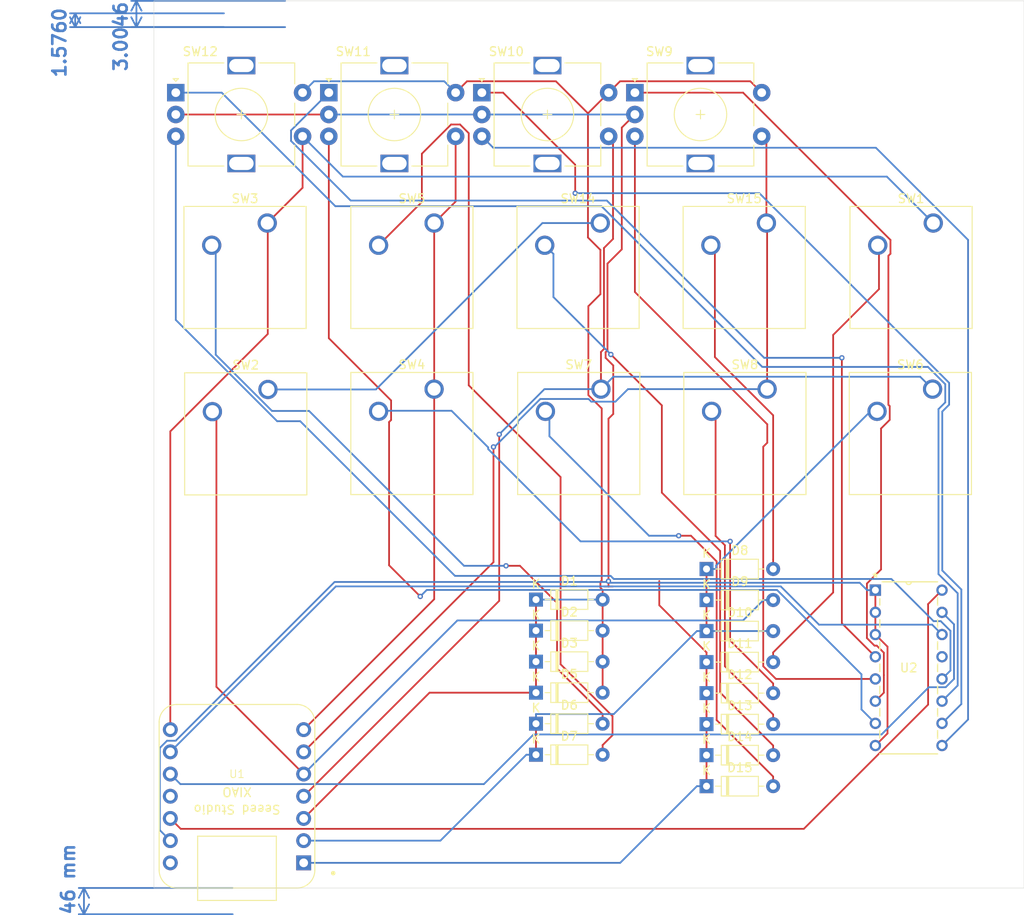
<source format=kicad_pcb>
(kicad_pcb (version 20240108) (generator "pcbnew") (generator_version "8.0")
  (layers (0 "F.Cu" signal) (31 "B.Cu" signal) (34 "B.Paste" user) (35 "F.Paste" user) (36 "B.SilkS" user "B.Silkscreen") (37 "F.SilkS" user "F.Silkscreen") (38 "B.Mask" user) (39 "F.Mask" user) (44 "Edge.Cuts" user))
  (net 0 "")
  (net 1 "Row3")
  (net 2 "row2")
  (net 3 "Net-(D6-A)")
  (net 4 "Net-(D7-A)")
  (net 6 "Net-(D8-A)")
  (net 7 "Row1")
  (net 8 "Net-(D11-A)")
  (net 9 "Net-(D12-A)")
  (net 10 "Net-(D13-A)")
  (net 11 "Net-(D14-A)")
  (net 12 "Net-(D15-A)")
  (net 13 "col5")
  (net 14 "col2")
  (net 15 "Col4")
  (net 16 "Col1")
  (net 17 "Col3")
  (net 18 "A2")
  (net 19 "B2")
  (net 20 "A4")
  (net 21 "GND")
  (net 22 "B4")
  (net 23 "B1")
  (net 24 "B")
  (net 25 "A")
  (net 26 "Net-(U1-3V3)")
  (net 27 "A1")
  (net 28 "Woaoaoaoao")
  (net 29 "Woahh")
  (net 31 "Net-(SW14-Pad1)")
  (footprint "Diode_THT:D_DO-35_SOD27_P7.62mm_Horizontal" (layer "F.Cu") (at 146.19 148.25)
    (property "Reference" "D13")
    (property "Value" "D")
  )
  (footprint "Diode_THT:D_DO-35_SOD27_P7.62mm_Horizontal" (layer "F.Cu") (at 126.69 148.2)
    (property "Reference" "D6")
    (property "Value" "D")
  )
  (footprint "Diode_THT:D_DO-35_SOD27_P7.62mm_Horizontal" (layer "F.Cu") (at 146.19 151.8)
    (property "Reference" "D14")
    (property "Value" "D")
  )
  (footprint "Button_Switch_Keyboard:SW_Cherry_MX_1.00u_PCB" (layer "F.Cu") (at 96.04 109.96)
    (property "Reference" "SW2")
    (property "Value" "SW_Push")
  )
  (footprint "Diode_THT:D_DO-35_SOD27_P7.62mm_Horizontal" (layer "F.Cu") (at 126.69 137.55)
    (property "Reference" "D2")
    (property "Value" "D")
  )
  (footprint "OPL_Kicad_Library-master:XIAO-Generic-Thruhole-14P-2.54-21X17.8MM" (layer "F.Cu") (at 92.5 156.5 180)
    (property "Reference" "U1")
    (property "Value" "Seeed Studio XIAO SAMD21" (hide yes))
  )
  (footprint "Button_Switch_Keyboard:SW_Cherry_MX_1.00u_PCB" (layer "F.Cu") (at 172.12 90.92)
    (property "Reference" "SW1")
    (property "Value" "SW_Push")
  )
  (footprint "Diode_THT:D_DO-35_SOD27_P7.62mm_Horizontal" (layer "F.Cu") (at 146.19 141.15)
    (property "Reference" "D11")
    (property "Value" "D")
  )
  (footprint "Button_Switch_Keyboard:SW_Cherry_MX_1.00u_PCB" (layer "F.Cu") (at 115.04 90.92)
    (property "Reference" "SW5")
    (property "Value" "SW_Push")
  )
  (footprint "Diode_THT:D_DO-35_SOD27_P7.62mm_Horizontal" (layer "F.Cu") (at 146.19 134.05)
    (property "Reference" "D9")
    (property "Value" "D")
  )
  (footprint "Diode_THT:D_DO-35_SOD27_P7.62mm_Horizontal" (layer "F.Cu") (at 146.19 155.35)
    (property "Reference" "D15")
    (property "Value" "D")
  )
  (footprint "Diode_THT:D_DO-35_SOD27_P7.62mm_Horizontal" (layer "F.Cu") (at 146.19 144.7)
    (property "Reference" "D12")
    (property "Value" "D")
  )
  (footprint "Button_Switch_Keyboard:SW_Cherry_MX_1.00u_PCB" (layer "F.Cu") (at 153.04 90.92)
    (property "Reference" "SW15")
    (property "Value" "SW_Push")
  )
  (footprint "Button_Switch_Keyboard:SW_Cherry_MX_1.00u_PCB" (layer "F.Cu") (at 95.96 90.92)
    (property "Reference" "SW3")
    (property "Value" "SW_Push")
  )
  (footprint "Diode_THT:D_DO-35_SOD27_P7.62mm_Horizontal" (layer "F.Cu") (at 126.69 134)
    (property "Reference" "D1")
    (property "Value" "D")
  )
  (footprint "Diode_THT:D_DO-35_SOD27_P7.62mm_Horizontal" (layer "F.Cu") (at 126.69 141.1)
    (property "Reference" "D3")
    (property "Value" "D")
  )
  (footprint "Button_Switch_Keyboard:SW_Cherry_MX_1.00u_PCB" (layer "F.Cu") (at 134.12 109.92)
    (property "Reference" "SW7")
    (property "Value" "SW_Push")
  )
  (footprint "Button_Switch_Keyboard:SW_Cherry_MX_1.00u_PCB" (layer "F.Cu") (at 134.04 90.92)
    (property "Reference" "SW14")
    (property "Value" "SW_Push")
  )
  (footprint "Button_Switch_Keyboard:SW_Cherry_MX_1.00u_PCB" (layer "F.Cu") (at 153.12 109.92)
    (property "Reference" "SW8")
    (property "Value" "SW_Push")
  )
  (footprint "Diode_THT:D_DO-35_SOD27_P7.62mm_Horizontal" (layer "F.Cu") (at 146.19 137.6)
    (property "Reference" "D10")
    (property "Value" "D")
  )
  (footprint "Button_Switch_Keyboard:SW_Cherry_MX_1.00u_PCB" (layer "F.Cu") (at 115.04 109.92)
    (property "Reference" "SW4")
    (property "Value" "SW_Push")
  )
  (footprint "Diode_THT:D_DO-35_SOD27_P7.62mm_Horizontal" (layer "F.Cu") (at 126.69 144.65)
    (property "Reference" "D5")
    (property "Value" "D")
  )
  (footprint "Diode_THT:D_DO-35_SOD27_P7.62mm_Horizontal" (layer "F.Cu") (at 146.19 130.5)
    (property "Reference" "D8")
    (property "Value" "D")
  )
  (footprint "Rotary_Encoder:RotaryEncoder_Alps_EC11E-Switch_Vertical_H20mm" (layer "F.Cu") (at 85.5 76)
    (property "Reference" "SW12")
    (property "Value" "RotaryEncoder_Switch")
  )
  (footprint "Button_Switch_Keyboard:SW_Cherry_MX_1.00u_PCB" (layer "F.Cu") (at 172.04 109.92)
    (property "Reference" "SW6")
    (property "Value" "SW_Push")
  )
  (footprint "Rotary_Encoder:RotaryEncoder_Alps_EC11E-Switch_Vertical_H20mm" (layer "F.Cu") (at 138 76)
    (property "Reference" "SW9")
    (property "Value" "RotaryEncoder_Switch")
  )
  (footprint "Rotary_Encoder:RotaryEncoder_Alps_EC11E-Switch_Vertical_H20mm" (layer "F.Cu") (at 103 76)
    (property "Reference" "SW11")
    (property "Value" "RotaryEncoder_Switch")
  )
  (footprint "OPL_Kicad_Library-master:N16" (layer "F.Cu") (at 173.12 150.7)
    (property "Reference" "U2")
    (property "Value" "PCF8574AN")
  )
  (footprint "Diode_THT:D_DO-35_SOD27_P7.62mm_Horizontal" (layer "F.Cu") (at 126.69 151.75)
    (property "Reference" "D7")
    (property "Value" "D")
  )
  (footprint "Rotary_Encoder:RotaryEncoder_Alps_EC11E-Switch_Vertical_H20mm" (layer "F.Cu") (at 120.5 76)
    (property "Reference" "SW10")
    (property "Value" "RotaryEncoder_Switch")
  )
  (gr_rect (start 83 65.5) (end 182.494 167) (stroke (width 0.05)) (fill none) (layer "Edge.Cuts"))
  (dimension (type aligned) (layer "B.Cu") (pts (xy 91.5 66.92403) (xy 91.5 68.5)) (height 17.5) (gr_text "1.5760 mm" (at 72.2 67.712015 90) (layer "B.Cu") (effects (font (size 1.5 1.5) (thickness 0.3)))) (format (prefix "") (suffix "") (units 3) (units_format 1) (precision 4)) (style (thickness 0.2) (arrow_length 1.27) (text_position_mode 0) (extension_height 0.58642) (extension_offset 0.5) keep_text_aligned))
  (dimension (type aligned) (layer "B.Cu") (pts (xy 92.5 166.995406) (xy 92.5 170)) (height 17.5) (gr_text "3.0046 mm" (at 73.2 168.497703 90) (layer "B.Cu") (effects (font (size 1.5 1.5) (thickness 0.3)))) (format (prefix "") (suffix "") (units 3) (units_format 1) (precision 4)) (style (thickness 0.2) (arrow_length 1.27) (text_position_mode 0) (extension_height 0.58642) (extension_offset 0.5) keep_text_aligned))
  (dimension (type aligned) (layer "B.Cu") (pts (xy 98.5 65.5) (xy 98.5 68.504594)) (height 17.5) (gr_text "3.0046 mm" (at 79.2 67.002297 90) (layer "B.Cu") (effects (font (size 1.5 1.5) (thickness 0.3)))) (format (prefix "") (suffix "") (units 3) (units_format 1) (precision 4)) (style (thickness 0.2) (arrow_length 1.27) (text_position_mode 0) (extension_height 0.58642) (extension_offset 0.5) keep_text_aligned))
  (segment (start 114.515 144.65) (end 100.125 159.04) (width 0.2) (layer "F.Cu") (net 1))
  (segment (start 134.0565 131.9651) (end 134.2057 131.8159) (width 0.2) (layer "F.Cu") (net 1))
  (segment (start 126.69 137.55) (end 126.69 139.9983) (width 0.2) (layer "F.Cu") (net 1))
  (segment (start 132.6336 78.3664) (end 135 76) (width 0.2) (layer "F.Cu") (net 1))
  (segment (start 128.9655 74.6983) (end 118.8017 74.6983) (width 0.2) (layer "F.Cu") (net 1))
  (segment (start 134.31 141.1) (end 134.31 144.65) (width 0.2) (layer "F.Cu") (net 1))
  (segment (start 134.31 140.5491) (end 134.31 141.1) (width 0.2) (layer "F.Cu") (net 1))
  (segment (start 126.69 141.1) (end 126.69 144.65) (width 0.2) (layer "F.Cu") (net 1))
  (segment (start 134.31 140.5491) (end 134.31 139.9983) (width 0.2) (layer "F.Cu") (net 1))
  (segment (start 134.31 132.8983) (end 134.0565 132.6448) (width 0.2) (layer "F.Cu") (net 1))
  (segment (start 126.69 134) (end 126.69 137.55) (width 0.2) (layer "F.Cu") (net 1))
  (segment (start 118.8017 74.6983) (end 117.5 76) (width 0.2) (layer "F.Cu") (net 1))
  (segment (start 152.5 76) (end 151.1983 74.6983) (width 0.2) (layer "F.Cu") (net 1))
  (segment (start 126.69 141.1) (end 126.69 139.9983) (width 0.2) (layer "F.Cu") (net 1))
  (segment (start 136.3017 74.6983) (end 135 76) (width 0.2) (layer "F.Cu") (net 1))
  (segment (start 132.6788 100.436) (end 134.0565 99.0583) (width 0.2) (layer "F.Cu") (net 1))
  (segment (start 126.69 144.65) (end 114.515 144.65) (width 0.2) (layer "F.Cu") (net 1))
  (segment (start 134.2057 112.135) (end 132.6788 110.6081) (width 0.2) (layer "F.Cu") (net 1))
  (segment (start 134.31 134) (end 134.31 132.8983) (width 0.2) (layer "F.Cu") (net 1))
  (segment (start 134.0565 93.996) (end 132.6336 92.5731) (width 0.2) (layer "F.Cu") (net 1))
  (segment (start 132.6336 78.3664) (end 128.9655 74.6983) (width 0.2) (layer "F.Cu") (net 1))
  (segment (start 134.31 137.55) (end 134.31 139.9983) (width 0.2) (layer "F.Cu") (net 1))
  (segment (start 134.2057 131.8159) (end 134.2057 112.135) (width 0.2) (layer "F.Cu") (net 1))
  (segment (start 132.6788 110.6081) (end 132.6788 100.436) (width 0.2) (layer "F.Cu") (net 1))
  (segment (start 151.1983 74.6983) (end 136.3017 74.6983) (width 0.2) (layer "F.Cu") (net 1))
  (segment (start 132.6336 92.5731) (end 132.6336 78.3664) (width 0.2) (layer "F.Cu") (net 1))
  (segment (start 134.0565 99.0583) (end 134.0565 93.996) (width 0.2) (layer "F.Cu") (net 1))
  (segment (start 134.31 137.55) (end 134.31 134) (width 0.2) (layer "F.Cu") (net 1))
  (segment (start 134.0565 132.6448) (end 134.0565 131.9651) (width 0.2) (layer "F.Cu") (net 1))
  (segment (start 117.5 76) (end 116.1983 74.6983) (width 0.2) (layer "B.Cu") (net 1))
  (segment (start 134.31 134) (end 126.69 134) (width 0.2) (layer "B.Cu") (net 1))
  (segment (start 101.3017 74.6983) (end 100 76) (width 0.2) (layer "B.Cu") (net 1))
  (segment (start 116.1983 74.6983) (end 101.3017 74.6983) (width 0.2) (layer "B.Cu") (net 1))
  (segment (start 126.69 148.2) (end 126.69 151.75) (width 0.2) (layer "F.Cu") (net 2))
  (segment (start 146.19 134.05) (end 146.19 137.6) (width 0.2) (layer "F.Cu") (net 2))
  (segment (start 146.19 130.5) (end 146.19 134.05) (width 0.2) (layer "F.Cu") (net 2))
  (segment (start 145.6392 137.6) (end 146.19 137.6) (width 0.2) (layer "B.Cu") (net 2))
  (segment (start 146.19 130.5) (end 147.2917 130.5) (width 0.2) (layer "B.Cu") (net 2))
  (segment (start 145.6392 137.6) (end 145.0883 137.6) (width 0.2) (layer "B.Cu") (net 2))
  (segment (start 135.59 147.0983) (end 145.0883 137.6) (width 0.2) (layer "B.Cu") (net 2))
  (segment (start 146.19 137.6) (end 153.81 137.6) (width 0.2) (layer "B.Cu") (net 2))
  (segment (start 147.2917 130.1044) (end 164.9361 112.46) (width 0.2) (layer "B.Cu") (net 2))
  (segment (start 115.7583 161.58) (end 100.125 161.58) (width 0.2) (layer "B.Cu") (net 2))
  (segment (start 125.5883 151.75) (end 115.7583 161.58) (width 0.2) (layer "B.Cu") (net 2))
  (segment (start 126.69 151.75) (end 125.5883 151.75) (width 0.2) (layer "B.Cu") (net 2))
  (segment (start 126.69 147.0983) (end 135.59 147.0983) (width 0.2) (layer "B.Cu") (net 2))
  (segment (start 147.2917 130.5) (end 147.2917 130.1044) (width 0.2) (layer "B.Cu") (net 2))
  (segment (start 126.69 148.2) (end 126.69 147.0983) (width 0.2) (layer "B.Cu") (net 2))
  (segment (start 164.9361 112.46) (end 165.69 112.46) (width 0.2) (layer "B.Cu") (net 2))
  (segment (start 134.31 147.0983) (end 129.0992 141.8875) (width 0.2) (layer "F.Cu") (net 3))
  (segment (start 134.31 148.2) (end 134.31 147.0983) (width 0.2) (layer "F.Cu") (net 3))
  (segment (start 129.0992 141.8875) (end 129.0992 134.3825) (width 0.2) (layer "F.Cu") (net 3))
  (segment (start 124.8507 130.134) (end 123.2669 130.134) (width 0.2) (layer "F.Cu") (net 3))
  (segment (start 129.0992 134.3825) (end 124.8507 130.134) (width 0.2) (layer "F.Cu") (net 3))
  (via (at 123.2669 130.134) (size 0.6) (drill 0.3) (layers "F.Cu" "B.Cu") (net 3))
  (segment (start 118.4583 130.134) (end 100.7416 112.4173) (width 0.2) (layer "B.Cu") (net 3))
  (segment (start 100.7416 112.4173) (end 96.5028 112.4173) (width 0.2) (layer "B.Cu") (net 3))
  (segment (start 90.0669 93.9169) (end 89.61 93.46) (width 0.2) (layer "B.Cu") (net 3))
  (segment (start 123.2669 130.134) (end 118.4583 130.134) (width 0.2) (layer "B.Cu") (net 3))
  (segment (start 96.5028 112.4173) (end 90.0669 105.9814) (width 0.2) (layer "B.Cu") (net 3))
  (segment (start 90.0669 105.9814) (end 90.0669 93.9169) (width 0.2) (layer "B.Cu") (net 3))
  (segment (start 135.4389 149.5194) (end 135.4389 147.337) (width 0.2) (layer "F.Cu") (net 4))
  (segment (start 119 109.4823) (end 119 80.6398) (width 0.2) (layer "F.Cu") (net 4))
  (segment (start 134.31 151.75) (end 134.31 150.6483) (width 0.2) (layer "F.Cu") (net 4))
  (segment (start 134.31 150.6483) (end 135.4389 149.5194) (width 0.2) (layer "F.Cu") (net 4))
  (segment (start 118.0051 79.6449) (end 116.9833 79.6449) (width 0.2) (layer "F.Cu") (net 4))
  (segment (start 113.6398 88.5102) (end 108.69 93.46) (width 0.2) (layer "F.Cu") (net 4))
  (segment (start 113.6398 82.9884) (end 113.6398 88.5102) (width 0.2) (layer "F.Cu") (net 4))
  (segment (start 129.5009 119.9832) (end 119 109.4823) (width 0.2) (layer "F.Cu") (net 4))
  (segment (start 135.4389 147.337) (end 129.5009 141.399) (width 0.2) (layer "F.Cu") (net 4))
  (segment (start 116.9833 79.6449) (end 113.6398 82.9884) (width 0.2) (layer "F.Cu") (net 4))
  (segment (start 119 80.6398) (end 118.0051 79.6449) (width 0.2) (layer "F.Cu") (net 4))
  (segment (start 129.5009 141.399) (end 129.5009 119.9832) (width 0.2) (layer "F.Cu") (net 4))
  (segment (start 153.81 130.5) (end 153.81 129.3983) (width 0.2) (layer "F.Cu") (net 6))
  (segment (start 147.1469 93.9169) (end 146.69 93.46) (width 0.2) (layer "F.Cu") (net 6))
  (segment (start 147.1469 106.2521) (end 147.1469 93.9169) (width 0.2) (layer "F.Cu") (net 6))
  (segment (start 153.81 112.9152) (end 147.1469 106.2521) (width 0.2) (layer "F.Cu") (net 6))
  (segment (start 153.81 129.3983) (end 153.81 112.9152) (width 0.2) (layer "F.Cu") (net 6))
  (segment (start 146.19 148.25) (end 146.19 151.8) (width 0.2) (layer "F.Cu") (net 7))
  (segment (start 140.79 133.113) (end 140.79 131.88) (width 0.2) (layer "F.Cu") (net 7))
  (segment (start 140.79 133.113) (end 140.79 134.6483) (width 0.2) (layer "F.Cu") (net 7))
  (segment (start 146.19 141.15) (end 146.19 140.0483) (width 0.2) (layer "F.Cu") (net 7))
  (segment (start 146.19 151.8) (end 146.19 155.35) (width 0.2) (layer "F.Cu") (net 7))
  (segment (start 146.19 144.7) (end 146.19 147.1483) (width 0.2) (layer "F.Cu") (net 7))
  (segment (start 140.79 134.6483) (end 146.19 140.0483) (width 0.2) (layer "F.Cu") (net 7))
  (segment (start 146.19 141.15) (end 146.19 144.7) (width 0.2) (layer "F.Cu") (net 7))
  (segment (start 146.19 148.25) (end 146.19 147.1483) (width 0.2) (layer "F.Cu") (net 7))
  (segment (start 145.0883 155.35) (end 136.3183 164.12) (width 0.2) (layer "B.Cu") (net 7))
  (segment (start 136.3183 164.12) (end 100.125 164.12) (width 0.2) (layer "B.Cu") (net 7))
  (segment (start 146.19 155.35) (end 145.0883 155.35) (width 0.2) (layer "B.Cu") (net 7))
  (segment (start 153.81 140.0483) (end 160.6727 133.1856) (width 0.2) (layer "F.Cu") (net 8))
  (segment (start 165.9112 98.4816) (end 165.9112 93.6012) (width 0.2) (layer "F.Cu") (net 8))
  (segment (start 160.6727 133.1856) (end 160.6727 103.7201) (width 0.2) (layer "F.Cu") (net 8))
  (segment (start 160.6727 103.7201) (end 165.9112 98.4816) (width 0.2) (layer "F.Cu") (net 8))
  (segment (start 153.81 141.15) (end 153.81 140.0483) (width 0.2) (layer "F.Cu") (net 8))
  (segment (start 165.9112 93.6012) (end 165.77 93.46) (width 0.2) (layer "F.Cu") (net 8))
  (segment (start 148.89 138.6783) (end 148.89 127.3405) (width 0.2) (layer "F.Cu") (net 9))
  (segment (start 153.81 144.7) (end 153.81 143.5983) (width 0.2) (layer "F.Cu") (net 9))
  (segment (start 153.81 143.5983) (end 148.89 138.6783) (width 0.2) (layer "F.Cu") (net 9))
  (via (at 148.89 127.3405) (size 0.6) (drill 0.3) (layers "F.Cu" "B.Cu") (net 9))
  (segment (start 108.7569 112.3931) (end 117.0312 112.3931) (width 0.2) (layer "B.Cu") (net 9))
  (segment (start 117.0312 112.3931) (end 121.2284 116.5903) (width 0.2) (layer "B.Cu") (net 9))
  (segment (start 108.69 112.46) (end 108.7569 112.3931) (width 0.2) (layer "B.Cu") (net 9))
  (segment (start 121.2284 116.784) (end 131.7849 127.3405) (width 0.2) (layer "B.Cu") (net 9))
  (segment (start 121.2284 116.5903) (end 121.2284 116.784) (width 0.2) (layer "B.Cu") (net 9))
  (segment (start 131.7849 127.3405) (end 148.89 127.3405) (width 0.2) (layer "B.Cu") (net 9))
  (segment (start 148.29 141.6283) (end 148.29 127.7788) (width 0.2) (layer "F.Cu") (net 10))
  (segment (start 153.81 147.1483) (end 148.29 141.6283) (width 0.2) (layer "F.Cu") (net 10))
  (segment (start 153.81 148.25) (end 153.81 147.1483) (width 0.2) (layer "F.Cu") (net 10))
  (segment (start 147.2269 126.7157) (end 147.2269 112.9169) (width 0.2) (layer "F.Cu") (net 10))
  (segment (start 148.29 127.7788) (end 147.2269 126.7157) (width 0.2) (layer "F.Cu") (net 10))
  (segment (start 147.2269 112.9169) (end 146.77 112.46) (width 0.2) (layer "F.Cu") (net 10))
  (segment (start 141.0801 121.7659) (end 141.0801 111.782) (width 0.2) (layer "F.Cu") (net 11))
  (segment (start 147.7498 128.4356) (end 141.0801 121.7659) (width 0.2) (layer "F.Cu") (net 11))
  (segment (start 141.0801 111.782) (end 135.2528 105.9547) (width 0.2) (layer "F.Cu") (net 11))
  (segment (start 153.81 151.8) (end 153.81 150.6983) (width 0.2) (layer "F.Cu") (net 11))
  (segment (start 153.81 150.6983) (end 147.7498 144.6381) (width 0.2) (layer "F.Cu") (net 11))
  (segment (start 147.7498 144.6381) (end 147.7498 128.4356) (width 0.2) (layer "F.Cu") (net 11))
  (via (at 135.2528 105.9547) (size 0.6) (drill 0.3) (layers "F.Cu" "B.Cu") (net 11))
  (segment (start 127.69 93.46) (end 128.685 94.455) (width 0.2) (layer "B.Cu") (net 11))
  (segment (start 128.685 99.3869) (end 135.2528 105.9547) (width 0.2) (layer "B.Cu") (net 11))
  (segment (start 128.685 94.455) (end 128.685 99.3869) (width 0.2) (layer "B.Cu") (net 11))
  (segment (start 153.81 154.2483) (end 147.3481 147.7864) (width 0.2) (layer "F.Cu") (net 12))
  (segment (start 147.3481 129.6314) (end 144.4104 126.6937) (width 0.2) (layer "F.Cu") (net 12))
  (segment (start 147.3481 147.7864) (end 147.3481 129.6314) (width 0.2) (layer "F.Cu") (net 12))
  (segment (start 153.81 155.35) (end 153.81 154.2483) (width 0.2) (layer "F.Cu") (net 12))
  (segment (start 144.4104 126.6937) (end 143.0082 126.6937) (width 0.2) (layer "F.Cu") (net 12))
  (via (at 143.0082 126.6937) (size 0.6) (drill 0.3) (layers "F.Cu" "B.Cu") (net 12))
  (segment (start 143.0082 126.6937) (end 139.6115 126.6937) (width 0.2) (layer "B.Cu") (net 12))
  (segment (start 139.6115 126.6937) (end 128.2269 115.3091) (width 0.2) (layer "B.Cu") (net 12))
  (segment (start 128.2269 112.9169) (end 127.77 112.46) (width 0.2) (layer "B.Cu") (net 12))
  (segment (start 128.2269 115.3091) (end 128.2269 112.9169) (width 0.2) (layer "B.Cu") (net 12))
  (segment (start 96.0187 103.6117) (end 84.875 114.7554) (width 0.2) (layer "F.Cu") (net 13))
  (segment (start 84.875 114.7554) (end 84.875 148.88) (width 0.2) (layer "F.Cu") (net 13))
  (segment (start 96.0187 90.9787) (end 96.0187 103.6117) (width 0.2) (layer "F.Cu") (net 13))
  (segment (start 100 81) (end 100 86.88) (width 0.2) (layer "F.Cu") (net 13))
  (segment (start 95.96 90.92) (end 96.0187 90.9787) (width 0.2) (layer "F.Cu") (net 13))
  (segment (start 100 86.88) (end 95.96 90.92) (width 0.2) (layer "F.Cu") (net 13))
  (segment (start 100 81) (end 104.6053 85.6053) (width 0.2) (layer "B.Cu") (net 13))
  (segment (start 104.6053 85.6053) (end 166.8053 85.6053) (width 0.2) (layer "B.Cu") (net 13))
  (segment (start 166.8053 85.6053) (end 172.12 90.92) (width 0.2) (layer "B.Cu") (net 13))
  (segment (start 90.1469 112.9569) (end 89.69 112.5) (width 0.2) (layer "F.Cu") (net 14))
  (segment (start 100.125 153.96) (end 90.1469 143.9819) (width 0.2) (layer "F.Cu") (net 14))
  (segment (start 90.1469 143.9819) (end 90.1469 112.9569) (width 0.2) (layer "F.Cu") (net 14))
  (segment (start 150.3728 136.3855) (end 152.7083 134.05) (width 0.2) (layer "B.Cu") (net 14))
  (segment (start 153.81 134.05) (end 152.7083 134.05) (width 0.2) (layer "B.Cu") (net 14))
  (segment (start 117.6995 136.3855) (end 150.3728 136.3855) (width 0.2) (layer "B.Cu") (net 14))
  (segment (start 100.125 153.96) (end 117.6995 136.3855) (width 0.2) (layer "B.Cu") (net 14))
  (segment (start 115.0518 109.92) (end 115.0518 133.9532) (width 0.2) (layer "F.Cu") (net 15))
  (segment (start 115.0518 90.9318) (end 115.04 90.92) (width 0.2) (layer "F.Cu") (net 15))
  (segment (start 115.0518 133.9532) (end 100.125 148.88) (width 0.2) (layer "F.Cu") (net 15))
  (segment (start 115.0518 109.92) (end 115.0518 90.9318) (width 0.2) (layer "F.Cu") (net 15))
  (segment (start 117.5 88.46) (end 115.04 90.92) (width 0.2) (layer "F.Cu") (net 15))
  (segment (start 115.04 109.92) (end 115.0518 109.92) (width 0.2) (layer "F.Cu") (net 15))
  (segment (start 117.5 81) (end 117.5 88.46) (width 0.2) (layer "F.Cu") (net 15))
  (segment (start 134.12 105.6687) (end 134.12 109.92) (width 0.2) (layer "F.Cu") (net 16))
  (segment (start 122.4862 134.1388) (end 122.4862 115.094) (width 0.2) (layer "F.Cu") (net 16))
  (segment (start 100.125 156.5) (end 122.4862 134.1388) (width 0.2) (layer "F.Cu") (net 16))
  (segment (start 134.4629 105.3258) (end 134.12 105.6687) (width 0.2) (layer "F.Cu") (net 16))
  (segment (start 135.4991 81.4991) (end 135.4991 92.7385) (width 0.2) (layer "F.Cu") (net 16))
  (segment (start 134.4629 93.7747) (end 134.4629 105.3258) (width 0.2) (layer "F.Cu") (net 16))
  (segment (start 135.4991 92.7385) (end 134.4629 93.7747) (width 0.2) (layer "F.Cu") (net 16))
  (segment (start 135 81) (end 135.4991 81.4991) (width 0.2) (layer "F.Cu") (net 16))
  (via (at 122.4862 115.094) (size 0.6) (drill 0.3) (layers "F.Cu" "B.Cu") (net 16))
  (segment (start 135.537 108.503) (end 170.623 108.503) (width 0.2) (layer "B.Cu") (net 16))
  (segment (start 122.4862 115.094) (end 127.6602 109.92) (width 0.2) (layer "B.Cu") (net 16))
  (segment (start 134.12 109.92) (end 135.537 108.503) (width 0.2) (layer "B.Cu") (net 16))
  (segment (start 127.6602 109.92) (end 134.12 109.92) (width 0.2) (layer "B.Cu") (net 16))
  (segment (start 170.623 108.503) (end 172.04 109.92) (width 0.2) (layer "B.Cu") (net 16))
  (segment (start 152.5 81) (end 153.04 81.54) (width 0.2) (layer "F.Cu") (net 17))
  (segment (start 121.8301 116.5349) (end 121.8301 129.7149) (width 0.2) (layer "F.Cu") (net 17))
  (segment (start 153.12 91) (end 153.12 109.92) (width 0.2) (layer "F.Cu") (net 17))
  (segment (start 153.04 90.92) (end 153.12 91) (width 0.2) (layer "F.Cu") (net 17))
  (segment (start 153.04 81.54) (end 153.04 90.92) (width 0.2) (layer "F.Cu") (net 17))
  (segment (start 121.8301 129.7149) (end 100.125 151.42) (width 0.2) (layer "F.Cu") (net 17))
  (via (at 121.8301 116.5349) (size 0.6) (drill 0.3) (layers "F.Cu" "B.Cu") (net 17))
  (segment (start 121.9384 116.5349) (end 124.6258 113.8475) (width 0.2) (layer "B.Cu") (net 17))
  (segment (start 137.2075 109.92) (end 153.12 109.92) (width 0.2) (layer "B.Cu") (net 17))
  (segment (start 127.1817 111.0478) (end 132.7078 111.0478) (width 0.2) (layer "B.Cu") (net 17))
  (segment (start 135.7744 111.3531) (end 137.2075 109.92) (width 0.2) (layer "B.Cu") (net 17))
  (segment (start 133.0131 111.3531) (end 135.7744 111.3531) (width 0.2) (layer "B.Cu") (net 17))
  (segment (start 124.6258 113.8475) (end 124.6258 113.6037) (width 0.2) (layer "B.Cu") (net 17))
  (segment (start 132.7078 111.0478) (end 133.0131 111.3531) (width 0.2) (layer "B.Cu") (net 17))
  (segment (start 124.6258 113.6037) (end 127.1817 111.0478) (width 0.2) (layer "B.Cu") (net 17))
  (segment (start 121.8301 116.5349) (end 121.9384 116.5349) (width 0.2) (layer "B.Cu") (net 17))
  (segment (start 153.1386 113.9458) (end 153.1386 116.0501) (width 0.2) (layer "F.Cu") (net 18))
  (segment (start 152.6774 141.6283) (end 154.1291 143.08) (width 0.2) (layer "F.Cu") (net 18))
  (segment (start 153.1386 116.0501) (end 152.6774 116.5113) (width 0.2) (layer "F.Cu") (net 18))
  (segment (start 138 98.8072) (end 153.1386 113.9458) (width 0.2) (layer "F.Cu") (net 18))
  (segment (start 152.6774 116.5113) (end 152.6774 141.6283) (width 0.2) (layer "F.Cu") (net 18))
  (segment (start 154.1291 143.08) (end 165.5 143.08) (width 0.2) (layer "F.Cu") (net 18))
  (segment (start 138 81) (end 138 98.8072) (width 0.2) (layer "F.Cu") (net 18))
  (segment (start 165.6571 139.27) (end 166.4649 140.0778) (width 0.2) (layer "F.Cu") (net 19))
  (segment (start 166.1469 114.4277) (end 166.1469 130.551) (width 0.2) (layer "F.Cu") (net 19))
  (segment (start 166.4649 140.0778) (end 166.4649 142.6305) (width 0.2) (layer "F.Cu") (net 19))
  (segment (start 166.4649 142.6305) (end 166.4664 142.632) (width 0.2) (layer "F.Cu") (net 19))
  (segment (start 167.1387 111.8606) (end 167.1387 113.4359) (width 0.2) (layer "F.Cu") (net 19))
  (segment (start 167.1387 113.4359) (end 166.1469 114.4277) (width 0.2) (layer "F.Cu") (net 19))
  (segment (start 165.3988 139.27) (end 165.6571 139.27) (width 0.2) (layer "F.Cu") (net 19))
  (segment (start 166.9863 94.6683) (end 166.9863 111.7082) (width 0.2) (layer "F.Cu") (net 19))
  (segment (start 167.2243 92.8545) (end 167.2243 94.4303) (width 0.2) (layer "F.Cu") (net 19))
  (segment (start 150.3698 76) (end 167.2243 92.8545) (width 0.2) (layer "F.Cu") (net 19))
  (segment (start 164.5327 138.4039) (end 165.3988 139.27) (width 0.2) (layer "F.Cu") (net 19))
  (segment (start 166.4664 144.6536) (end 165.5 145.62) (width 0.2) (layer "F.Cu") (net 19))
  (segment (start 164.5327 132.1652) (end 164.5327 138.4039) (width 0.2) (layer "F.Cu") (net 19))
  (segment (start 166.1469 130.551) (end 164.5327 132.1652) (width 0.2) (layer "F.Cu") (net 19))
  (segment (start 167.2243 94.4303) (end 166.9863 94.6683) (width 0.2) (layer "F.Cu") (net 19))
  (segment (start 166.9863 111.7082) (end 167.1387 111.8606) (width 0.2) (layer "F.Cu") (net 19))
  (segment (start 138 76) (end 150.3698 76) (width 0.2) (layer "F.Cu") (net 19))
  (segment (start 166.4664 142.632) (end 166.4664 144.6536) (width 0.2) (layer "F.Cu") (net 19))
  (segment (start 176.0974 147.7226) (end 176.0974 92.8458) (width 0.2) (layer "B.Cu") (net 20))
  (segment (start 121.8017 82.3017) (end 120.5 81) (width 0.2) (layer "B.Cu") (net 20))
  (segment (start 173.12 150.7) (end 176.0974 147.7226) (width 0.2) (layer "B.Cu") (net 20))
  (segment (start 165.5533 82.3017) (end 121.8017 82.3017) (width 0.2) (layer "B.Cu") (net 20))
  (segment (start 176.0974 92.8458) (end 165.5533 82.3017) (width 0.2) (layer "B.Cu") (net 20))
  (segment (start 134.5 132.5) (end 134.98 132.5) (width 0.2) (layer "F.Cu") (net 21))
  (segment (start 166.8855 139.3855) (end 166.8855 149.3145) (width 0.2) (layer "F.Cu") (net 21))
  (segment (start 135.5257 107.2137) (end 135.5257 112.7597) (width 0.2) (layer "F.Cu") (net 21))
  (segment (start 134.8646 95.5609) (end 134.8646 105.4921) (width 0.2) (layer "F.Cu") (net 21))
  (segment (start 134.6511 106.3391) (end 135.5257 107.2137) (width 0.2) (layer "F.Cu") (net 21))
  (segment (start 138 78.5) (end 136.5001 79.9999) (width 0.2) (layer "F.Cu") (net 21))
  (segment (start 166.8855 149.3145) (end 165.5 150.7) (width 0.2) (layer "F.Cu") (net 21))
  (segment (start 103 78.5) (end 85.5 78.5) (width 0.2) (layer "F.Cu") (net 21))
  (segment (start 165.5 135.46) (end 165.5 138) (width 0.2) (layer "F.Cu") (net 21))
  (segment (start 165.5 132.92) (end 165.5 135.46) (width 0.2) (layer "F.Cu") (net 21))
  (segment (start 134.98 132.5) (end 135.5 132.5) (width 0.2) (layer "F.Cu") (net 21))
  (segment (start 135.5257 112.7597) (end 134.98 113.3054) (width 0.2) (layer "F.Cu") (net 21))
  (segment (start 165.5 138) (end 166.8855 139.3855) (width 0.2) (layer "F.Cu") (net 21))
  (segment (start 136.5001 79.9999) (end 136.5001 93.9254) (width 0.2) (layer "F.Cu") (net 21))
  (segment (start 134.8646 105.4921) (end 134.6511 105.7056) (width 0.2) (layer "F.Cu") (net 21))
  (segment (start 134.98 132.5) (end 134.98 131.8903) (width 0.2) (layer "F.Cu") (net 21))
  (segment (start 136.5001 93.9254) (end 134.8646 95.5609) (width 0.2) (layer "F.Cu") (net 21))
  (segment (start 134.6511 105.7056) (end 134.6511 106.3391) (width 0.2) (layer "F.Cu") (net 21))
  (segment (start 134.98 113.3054) (end 134.98 131.8903) (width 0.2) (layer "F.Cu") (net 21))
  (via (at 134.98 131.8903) (size 0.6) (drill 0.3) (layers "F.Cu" "B.Cu") (net 21))
  (segment (start 85.4923 150.15) (end 84.4981 150.15) (width 0.2) (layer "B.Cu") (net 21))
  (segment (start 120.5 78.5) (end 103 78.5) (width 0.2) (layer "B.Cu") (net 21))
  (segment (start 165.5 132.92) (end 164.5506 132.92) (width 0.2) (layer "B.Cu") (net 21))
  (segment (start 163.7058 132.0752) (end 135.0709 132.0752) (width 0.2) (layer "B.Cu") (net 21))
  (segment (start 138 78.5) (end 120.5 78.5) (width 0.2) (layer "B.Cu") (net 21))
  (segment (start 83.6751 150.973) (end 83.6751 160.3801) (width 0.2) (layer "B.Cu") (net 21))
  (segment (start 134.98 131.9843) (end 103.658 131.9843) (width 0.2) (layer "B.Cu") (net 21))
  (segment (start 135.0709 132.0752) (end 134.98 131.9843) (width 0.2) (layer "B.Cu") (net 21))
  (segment (start 164.5506 132.92) (end 163.7058 132.0752) (width 0.2) (layer "B.Cu") (net 21))
  (segment (start 134.98 131.9843) (end 134.98 131.8903) (width 0.2) (layer "B.Cu") (net 21))
  (segment (start 83.6751 160.3801) (end 84.875 161.58) (width 0.2) (layer "B.Cu") (net 21))
  (segment (start 103.658 131.9843) (end 85.4923 150.15) (width 0.2) (layer "B.Cu") (net 21))
  (segment (start 84.4981 150.15) (end 83.6751 150.973) (width 0.2) (layer "B.Cu") (net 21))
  (segment (start 131.1753 84.2486) (end 131.1753 87.5045) (width 0.2) (layer "F.Cu") (net 22))
  (segment (start 122.9267 76) (end 131.1753 84.2486) (width 0.2) (layer "F.Cu") (net 22))
  (segment (start 120.5 76) (end 122.9267 76) (width 0.2) (layer "F.Cu") (net 22))
  (via (at 131.1753 87.5045) (size 0.6) (drill 0.3) (layers "F.Cu" "B.Cu") (net 22))
  (segment (start 131.1753 87.5045) (end 152.233 87.5045) (width 0.2) (layer "B.Cu") (net 22))
  (segment (start 175.3306 132.8496) (end 175.3306 145.9494) (width 0.2) (layer "B.Cu") (net 22))
  (segment (start 173.9334 111.7026) (end 173.1493 112.4867) (width 0.2) (layer "B.Cu") (net 22))
  (segment (start 175.3306 145.9494) (end 173.12 148.16) (width 0.2) (layer "B.Cu") (net 22))
  (segment (start 173.1493 130.6683) (end 175.3306 132.8496) (width 0.2) (layer "B.Cu") (net 22))
  (segment (start 173.9334 109.2049) (end 173.9334 111.7026) (width 0.2) (layer "B.Cu") (net 22))
  (segment (start 173.1493 112.4867) (end 173.1493 130.6683) (width 0.2) (layer "B.Cu") (net 22))
  (segment (start 152.233 87.5045) (end 173.9334 109.2049) (width 0.2) (layer "B.Cu") (net 22))
  (segment (start 161.6654 106.3385) (end 161.6654 136.7054) (width 0.2) (layer "F.Cu") (net 23))
  (segment (start 161.6654 136.7054) (end 165.5 140.54) (width 0.2) (layer "F.Cu") (net 23))
  (via (at 161.6654 106.3385) (size 0.6) (drill 0.3) (layers "F.Cu" "B.Cu") (net 23))
  (segment (start 98.6818 80.3182) (end 103 76) (width 0.2) (layer "B.Cu") (net 23))
  (segment (start 134.7875 88.3464) (end 105.5004 88.3464) (width 0.2) (layer "B.Cu") (net 23))
  (segment (start 98.6818 81.5278) (end 98.6818 80.3182) (width 0.2) (layer "B.Cu") (net 23))
  (segment (start 161.6654 106.3385) (end 152.7796 106.3385) (width 0.2) (layer "B.Cu") (net 23))
  (segment (start 152.7796 106.3385) (end 134.7875 88.3464) (width 0.2) (layer "B.Cu") (net 23))
  (segment (start 105.5004 88.3464) (end 98.6818 81.5278) (width 0.2) (layer "B.Cu") (net 23))
  (segment (start 117.4283 131.2886) (end 135.2292 131.2886) (width 0.2) (layer "B.Cu") (net 24))
  (segment (start 85.5 101.9969) (end 97.0946 113.5915) (width 0.2) (layer "B.Cu") (net 24))
  (segment (start 135.5832 131.6426) (end 167.3286 131.6426) (width 0.2) (layer "B.Cu") (net 24))
  (segment (start 174.0847 142.1153) (end 173.12 143.08) (width 0.2) (layer "B.Cu") (net 24))
  (segment (start 174.0847 137.5802) (end 174.0847 142.1153) (width 0.2) (layer "B.Cu") (net 24))
  (segment (start 99.7312 113.5915) (end 117.4283 131.2886) (width 0.2) (layer "B.Cu") (net 24))
  (segment (start 172.1533 136.4673) (end 172.9718 136.4673) (width 0.2) (layer "B.Cu") (net 24))
  (segment (start 97.0946 113.5915) (end 99.7312 113.5915) (width 0.2) (layer "B.Cu") (net 24))
  (segment (start 167.3286 131.6426) (end 172.1533 136.4673) (width 0.2) (layer "B.Cu") (net 24))
  (segment (start 172.9718 136.4673) (end 174.0847 137.5802) (width 0.2) (layer "B.Cu") (net 24))
  (segment (start 135.2292 131.2886) (end 135.5832 131.6426) (width 0.2) (layer "B.Cu") (net 24))
  (segment (start 85.5 81) (end 85.5 101.9969) (width 0.2) (layer "B.Cu") (net 24))
  (segment (start 172.7158 112.2108) (end 172.7158 131.0854) (width 0.2) (layer "B.Cu") (net 25))
  (segment (start 85.5 76) (end 90.7513 76) (width 0.2) (layer "B.Cu") (net 25))
  (segment (start 174.9096 143.8304) (end 173.12 145.62) (width 0.2) (layer "B.Cu") (net 25))
  (segment (start 134.1791 88.9916) (end 152.5667 107.3792) (width 0.2) (layer "B.Cu") (net 25))
  (segment (start 172.7158 131.0854) (end 174.9096 133.2792) (width 0.2) (layer "B.Cu") (net 25))
  (segment (start 173.4916 111.435) (end 172.7158 112.2108) (width 0.2) (layer "B.Cu") (net 25))
  (segment (start 171.5105 107.3792) (end 173.4916 109.3603) (width 0.2) (layer "B.Cu") (net 25))
  (segment (start 103.7429 88.9916) (end 134.1791 88.9916) (width 0.2) (layer "B.Cu") (net 25))
  (segment (start 174.9096 133.2792) (end 174.9096 143.8304) (width 0.2) (layer "B.Cu") (net 25))
  (segment (start 173.4916 109.3603) (end 173.4916 111.435) (width 0.2) (layer "B.Cu") (net 25))
  (segment (start 90.7513 76) (end 103.7429 88.9916) (width 0.2) (layer "B.Cu") (net 25))
  (segment (start 152.5667 107.3792) (end 171.5105 107.3792) (width 0.2) (layer "B.Cu") (net 25))
  (segment (start 84.875 159.04) (end 86.0656 160.2306) (width 0.2) (layer "F.Cu") (net 26))
  (segment (start 171.5279 146.0196) (end 171.5279 134.5121) (width 0.2) (layer "F.Cu") (net 26))
  (segment (start 86.0656 160.2306) (end 157.3169 160.2306) (width 0.2) (layer "F.Cu") (net 26))
  (segment (start 157.3169 160.2306) (end 171.5279 146.0196) (width 0.2) (layer "F.Cu") (net 26))
  (segment (start 171.5279 134.5121) (end 173.12 132.92) (width 0.2) (layer "F.Cu") (net 26))
  (segment (start 103 81) (end 103 104.0948) (width 0.2) (layer "F.Cu") (net 27))
  (segment (start 110.1217 113.4529) (end 109.8917 113.6829) (width 0.2) (layer "F.Cu") (net 27))
  (segment (start 109.8917 113.6829) (end 109.8917 130.0756) (width 0.2) (layer "F.Cu") (net 27))
  (segment (start 103 104.0948) (end 110.1217 111.2165) (width 0.2) (layer "F.Cu") (net 27))
  (segment (start 109.8917 130.0756) (end 113.4559 133.6398) (width 0.2) (layer "F.Cu") (net 27))
  (segment (start 110.1217 111.2165) (end 110.1217 113.4529) (width 0.2) (layer "F.Cu") (net 27))
  (via (at 113.4559 133.6398) (size 0.6) (drill 0.3) (layers "F.Cu" "B.Cu") (net 27))
  (segment (start 154.2511 132.8969) (end 163.9079 142.5537) (width 0.2) (layer "B.Cu") (net 27))
  (segment (start 113.4559 133.6398) (end 114.1988 132.8969) (width 0.2) (layer "B.Cu") (net 27))
  (segment (start 114.1988 132.8969) (end 154.2511 132.8969) (width 0.2) (layer "B.Cu") (net 27))
  (segment (start 163.9079 146.5679) (end 165.5 148.16) (width 0.2) (layer "B.Cu") (net 27))
  (segment (start 163.9079 142.5537) (end 163.9079 146.5679) (width 0.2) (layer "B.Cu") (net 27))
  (segment (start 174.4885 136.8285) (end 174.4885 143.081) (width 0.2) (layer "B.Cu") (net 28))
  (segment (start 86.0267 155.1117) (end 84.875 153.96) (width 0.2) (layer "B.Cu") (net 28))
  (segment (start 166.2022 149.43) (end 126.4154 149.43) (width 0.2) (layer "B.Cu") (net 28))
  (segment (start 120.7337 155.1117) (end 86.0267 155.1117) (width 0.2) (layer "B.Cu") (net 28))
  (segment (start 173.12 135.46) (end 174.4885 136.8285) (width 0.2) (layer "B.Cu") (net 28))
  (segment (start 174.4885 143.081) (end 173.5401 144.0294) (width 0.2) (layer "B.Cu") (net 28))
  (segment (start 171.6028 144.0294) (end 166.2022 149.43) (width 0.2) (layer "B.Cu") (net 28))
  (segment (start 126.4154 149.43) (end 120.7337 155.1117) (width 0.2) (layer "B.Cu") (net 28))
  (segment (start 173.5401 144.0294) (end 171.6028 144.0294) (width 0.2) (layer "B.Cu") (net 28))
  (segment (start 154.6774 132.4921) (end 103.8029 132.4921) (width 0.2) (layer "B.Cu") (net 29))
  (segment (start 159.0543 136.869) (end 154.6774 132.4921) (width 0.2) (layer "B.Cu") (net 29))
  (segment (start 103.8029 132.4921) (end 84.875 151.42) (width 0.2) (layer "B.Cu") (net 29))
  (segment (start 173.12 138) (end 171.989 136.869) (width 0.2) (layer "B.Cu") (net 29))
  (segment (start 171.989 136.869) (end 159.0543 136.869) (width 0.2) (layer "B.Cu") (net 29))
  (segment (start 108.3843 109.96) (end 127.4243 90.92) (width 0.2) (layer "B.Cu") (net 31))
  (segment (start 96.04 109.96) (end 108.3843 109.96) (width 0.2) (layer "B.Cu") (net 31))
  (segment (start 127.4243 90.92) (end 134.04 90.92) (width 0.2) (layer "B.Cu") (net 31))
)
</source>
